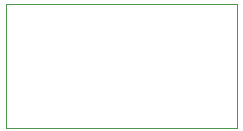
<source format=gbr>
%TF.GenerationSoftware,KiCad,Pcbnew,7.0.10*%
%TF.CreationDate,2024-07-12T16:17:24+02:00*%
%TF.ProjectId,MouthIO_v3,4d6f7574-6849-44f5-9f76-332e6b696361,rev?*%
%TF.SameCoordinates,Original*%
%TF.FileFunction,Profile,NP*%
%FSLAX46Y46*%
G04 Gerber Fmt 4.6, Leading zero omitted, Abs format (unit mm)*
G04 Created by KiCad (PCBNEW 7.0.10) date 2024-07-12 16:17:24*
%MOMM*%
%LPD*%
G01*
G04 APERTURE LIST*
%TA.AperFunction,Profile*%
%ADD10C,0.050000*%
%TD*%
G04 APERTURE END LIST*
D10*
X157501100Y-99753600D02*
X137922000Y-99753600D01*
X157501100Y-110253600D02*
X157501100Y-99753600D01*
X137922000Y-110253600D02*
X157501100Y-110253600D01*
X137922000Y-99753600D02*
X137922000Y-110253600D01*
M02*

</source>
